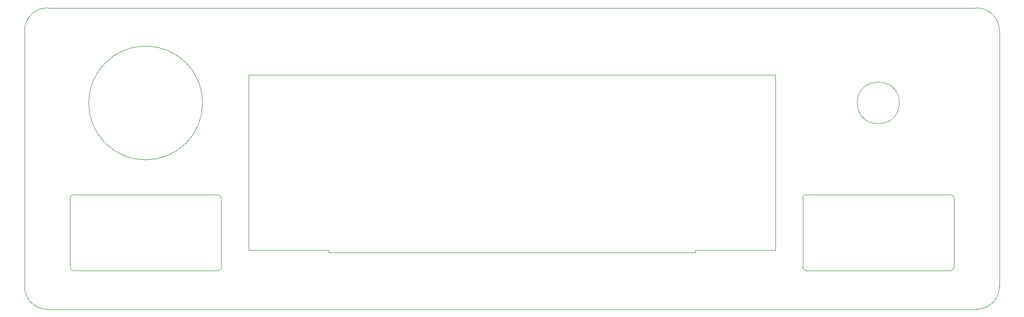
<source format=gbr>
%TF.GenerationSoftware,KiCad,Pcbnew,5.1.9-73d0e3b20d~88~ubuntu18.04.1*%
%TF.CreationDate,2020-12-31T14:05:02+01:00*%
%TF.ProjectId,ss_frontpanel_outer_plate,73735f66-726f-46e7-9470-616e656c5f6f,rev?*%
%TF.SameCoordinates,Original*%
%TF.FileFunction,Profile,NP*%
%FSLAX46Y46*%
G04 Gerber Fmt 4.6, Leading zero omitted, Abs format (unit mm)*
G04 Created by KiCad (PCBNEW 5.1.9-73d0e3b20d~88~ubuntu18.04.1) date 2020-12-31 14:05:02*
%MOMM*%
%LPD*%
G01*
G04 APERTURE LIST*
%TA.AperFunction,Profile*%
%ADD10C,0.050000*%
%TD*%
%TA.AperFunction,Profile*%
%ADD11C,0.120000*%
%TD*%
G04 APERTURE END LIST*
D10*
X71390000Y-48870000D02*
X228610000Y-48870000D01*
X228610000Y-48870000D02*
G75*
G02*
X232500000Y-52760000I0J-3890000D01*
G01*
X232500000Y-52760000D02*
X232500000Y-96110000D01*
X232500000Y-96110000D02*
G75*
G02*
X228610000Y-100000000I-3890000J0D01*
G01*
X228610000Y-100000000D02*
X71390000Y-100000000D01*
X71390000Y-100000000D02*
G75*
G02*
X67500000Y-96110000I0J3890000D01*
G01*
X67500000Y-96110000D02*
X67500000Y-52760000D01*
X67500000Y-52760000D02*
G75*
G02*
X71390000Y-48870000I3890000J0D01*
G01*
D11*
%TO.C,M2*%
X97650000Y-65000000D02*
G75*
G03*
X97650000Y-65000000I-9650000J0D01*
G01*
X75700000Y-93400000D02*
X100300000Y-93400000D01*
X75200000Y-81100000D02*
X75200000Y-92900000D01*
X100300000Y-80600000D02*
X75700000Y-80600000D01*
X100800000Y-92900000D02*
X100800000Y-81100000D01*
X100300000Y-93400000D02*
G75*
G03*
X100800000Y-92900000I0J500000D01*
G01*
X75200000Y-92900000D02*
G75*
G03*
X75700000Y-93400000I500000J0D01*
G01*
X75700000Y-80600000D02*
G75*
G03*
X75200000Y-81100000I0J-500000D01*
G01*
X100800000Y-81100000D02*
G75*
G03*
X100300000Y-80600000I-500000J0D01*
G01*
%TO.C,M1*%
X119000000Y-90400000D02*
X181000000Y-90400000D01*
X181000000Y-90400000D02*
X181000000Y-90000000D01*
X119000000Y-90000000D02*
X119000000Y-90400000D01*
X181000000Y-90000000D02*
X194600000Y-90000000D01*
X194600000Y-90000000D02*
X194600000Y-60200000D01*
X194600000Y-60200000D02*
X105400000Y-60200000D01*
X105400000Y-60200000D02*
X105400000Y-90000000D01*
X105400000Y-90000000D02*
X119000000Y-90000000D01*
%TO.C,M3*%
X215550000Y-65000000D02*
G75*
G03*
X215550000Y-65000000I-3550000J0D01*
G01*
X199700000Y-93400000D02*
X224300000Y-93400000D01*
X199200000Y-81100000D02*
X199200000Y-92900000D01*
X224300000Y-80600000D02*
X199700000Y-80600000D01*
X224800000Y-92900000D02*
X224800000Y-81100000D01*
X224300000Y-93400000D02*
G75*
G03*
X224800000Y-92900000I0J500000D01*
G01*
X199200000Y-92900000D02*
G75*
G03*
X199700000Y-93400000I500000J0D01*
G01*
X199700000Y-80600000D02*
G75*
G03*
X199200000Y-81100000I0J-500000D01*
G01*
X224800000Y-81100000D02*
G75*
G03*
X224300000Y-80600000I-500000J0D01*
G01*
%TD*%
M02*

</source>
